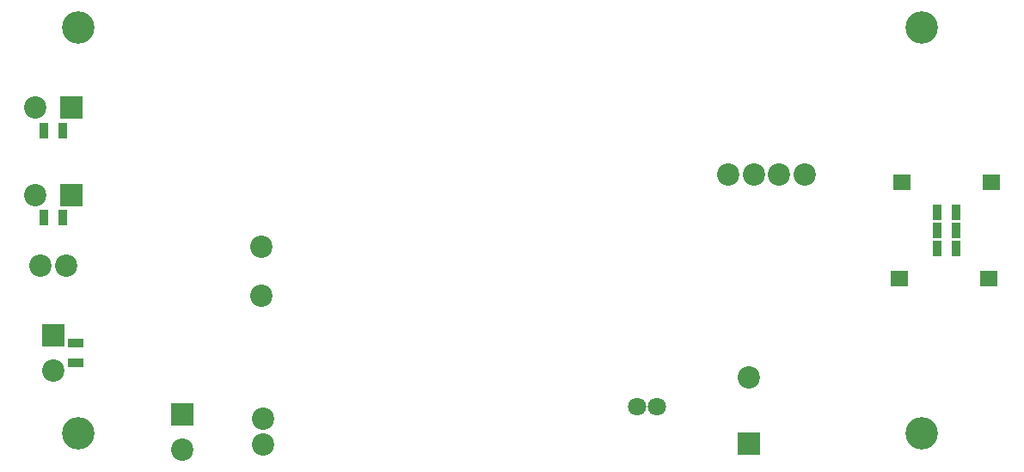
<source format=gbr>
G04 DipTrace 3.2.0.1*
G04 Âåðõíÿÿìàñêà.gbr*
%MOIN*%
G04 #@! TF.FileFunction,Soldermask,Top*
G04 #@! TF.Part,Single*
%ADD54C,0.125984*%
%ADD74R,0.066929X0.062992*%
%ADD80C,0.070866*%
%ADD96C,0.086614*%
%ADD97R,0.059055X0.035433*%
%ADD99R,0.035433X0.059055*%
%ADD101C,0.086614*%
%ADD103R,0.086614X0.086614*%
%FSLAX26Y26*%
G04*
G70*
G90*
G75*
G01*
G04 TopMask*
%LPD*%
D103*
X3326772Y551181D3*
D101*
Y807087D3*
D99*
X593552Y1427953D3*
X668356D3*
D103*
X699845Y1515454D3*
D96*
X562050D3*
D99*
X593552Y1765453D3*
X668356D3*
D103*
X699845Y1852951D3*
D96*
X562050D3*
D97*
X718454Y865550D3*
Y940353D3*
D103*
X630955Y971849D3*
D96*
Y834054D3*
D103*
X1130954Y665601D3*
D96*
Y527806D3*
D99*
X4131890Y1446850D3*
X4057087D3*
D80*
X2893701Y692913D3*
X2972441D3*
D54*
X728346Y2165354D3*
X3996063D3*
Y590551D3*
X728346D3*
D99*
X4057087Y1377953D3*
X4131890D3*
X4057087Y1309055D3*
X4131890D3*
D74*
X4267717Y1564961D3*
X3921260D3*
X4257874Y1190945D3*
X3911417D3*
D96*
X3248031Y1594488D3*
X3346457D3*
X3444882D3*
X3543307D3*
X680160Y1240451D3*
X581735D3*
X1443455Y547491D3*
Y645916D3*
D101*
X1437008Y1315472D3*
Y1125472D3*
M02*

</source>
